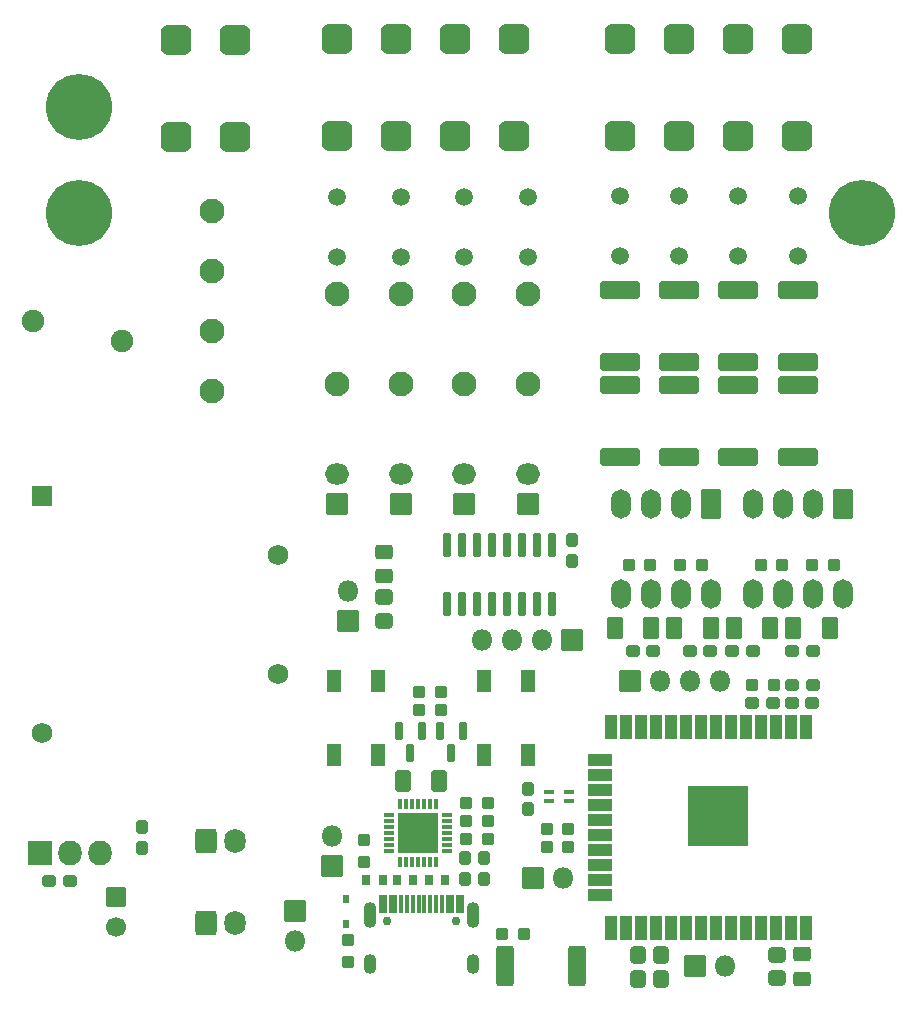
<source format=gts>
G04 #@! TF.GenerationSoftware,KiCad,Pcbnew,(6.0.4)*
G04 #@! TF.CreationDate,2022-06-03T19:03:06+02:00*
G04 #@! TF.ProjectId,hamodule,68616d6f-6475-46c6-952e-6b696361645f,rev?*
G04 #@! TF.SameCoordinates,Original*
G04 #@! TF.FileFunction,Soldermask,Top*
G04 #@! TF.FilePolarity,Negative*
%FSLAX46Y46*%
G04 Gerber Fmt 4.6, Leading zero omitted, Abs format (unit mm)*
G04 Created by KiCad (PCBNEW (6.0.4)) date 2022-06-03 19:03:06*
%MOMM*%
%LPD*%
G01*
G04 APERTURE LIST*
G04 Aperture macros list*
%AMRoundRect*
0 Rectangle with rounded corners*
0 $1 Rounding radius*
0 $2 $3 $4 $5 $6 $7 $8 $9 X,Y pos of 4 corners*
0 Add a 4 corners polygon primitive as box body*
4,1,4,$2,$3,$4,$5,$6,$7,$8,$9,$2,$3,0*
0 Add four circle primitives for the rounded corners*
1,1,$1+$1,$2,$3*
1,1,$1+$1,$4,$5*
1,1,$1+$1,$6,$7*
1,1,$1+$1,$8,$9*
0 Add four rect primitives between the rounded corners*
20,1,$1+$1,$2,$3,$4,$5,0*
20,1,$1+$1,$4,$5,$6,$7,0*
20,1,$1+$1,$6,$7,$8,$9,0*
20,1,$1+$1,$8,$9,$2,$3,0*%
G04 Aperture macros list end*
%ADD10RoundRect,0.050000X-0.850000X-0.850000X0.850000X-0.850000X0.850000X0.850000X-0.850000X0.850000X0*%
%ADD11O,1.800000X1.800000*%
%ADD12RoundRect,0.300000X-0.412500X-0.650000X0.412500X-0.650000X0.412500X0.650000X-0.412500X0.650000X0*%
%ADD13RoundRect,0.299999X-1.425001X0.450001X-1.425001X-0.450001X1.425001X-0.450001X1.425001X0.450001X0*%
%ADD14C,1.900000*%
%ADD15RoundRect,0.300000X-0.450000X0.325000X-0.450000X-0.325000X0.450000X-0.325000X0.450000X0.325000X0*%
%ADD16RoundRect,0.300000X-0.450000X0.350000X-0.450000X-0.350000X0.450000X-0.350000X0.450000X0.350000X0*%
%ADD17RoundRect,0.300000X-0.600000X-0.750000X0.600000X-0.750000X0.600000X0.750000X-0.600000X0.750000X0*%
%ADD18O,1.800000X2.100000*%
%ADD19RoundRect,0.050000X0.850000X0.850000X-0.850000X0.850000X-0.850000X-0.850000X0.850000X-0.850000X0*%
%ADD20RoundRect,0.287500X0.300000X0.237500X-0.300000X0.237500X-0.300000X-0.237500X0.300000X-0.237500X0*%
%ADD21RoundRect,0.287500X0.237500X-0.300000X0.237500X0.300000X-0.237500X0.300000X-0.237500X-0.300000X0*%
%ADD22RoundRect,0.287500X-0.237500X0.300000X-0.237500X-0.300000X0.237500X-0.300000X0.237500X0.300000X0*%
%ADD23RoundRect,0.050000X-0.825000X-0.825000X0.825000X-0.825000X0.825000X0.825000X-0.825000X0.825000X0*%
%ADD24C,1.750000*%
%ADD25RoundRect,0.050000X-0.952500X-1.000000X0.952500X-1.000000X0.952500X1.000000X-0.952500X1.000000X0*%
%ADD26O,2.005000X2.100000*%
%ADD27C,2.100000*%
%ADD28RoundRect,0.050000X0.850000X-0.850000X0.850000X0.850000X-0.850000X0.850000X-0.850000X-0.850000X0*%
%ADD29O,2.050000X1.800000*%
%ADD30RoundRect,0.675000X0.625000X0.625000X-0.625000X0.625000X-0.625000X-0.625000X0.625000X-0.625000X0*%
%ADD31C,5.600000*%
%ADD32RoundRect,0.200000X0.150000X-0.825000X0.150000X0.825000X-0.150000X0.825000X-0.150000X-0.825000X0*%
%ADD33RoundRect,0.287500X-0.300000X-0.237500X0.300000X-0.237500X0.300000X0.237500X-0.300000X0.237500X0*%
%ADD34RoundRect,0.300000X0.412500X0.650000X-0.412500X0.650000X-0.412500X-0.650000X0.412500X-0.650000X0*%
%ADD35RoundRect,0.050000X-0.800000X1.200000X-0.800000X-1.200000X0.800000X-1.200000X0.800000X1.200000X0*%
%ADD36O,1.700000X2.500000*%
%ADD37RoundRect,0.287500X-0.250000X-0.237500X0.250000X-0.237500X0.250000X0.237500X-0.250000X0.237500X0*%
%ADD38RoundRect,0.200000X-0.150000X0.587500X-0.150000X-0.587500X0.150000X-0.587500X0.150000X0.587500X0*%
%ADD39RoundRect,0.287500X0.250000X0.237500X-0.250000X0.237500X-0.250000X-0.237500X0.250000X-0.237500X0*%
%ADD40RoundRect,0.050000X-0.300000X-0.350000X0.300000X-0.350000X0.300000X0.350000X-0.300000X0.350000X0*%
%ADD41RoundRect,0.050000X0.550000X-0.900000X0.550000X0.900000X-0.550000X0.900000X-0.550000X-0.900000X0*%
%ADD42RoundRect,0.050000X-0.550000X0.900000X-0.550000X-0.900000X0.550000X-0.900000X0.550000X0.900000X0*%
%ADD43RoundRect,0.287500X-0.237500X0.250000X-0.237500X-0.250000X0.237500X-0.250000X0.237500X0.250000X0*%
%ADD44RoundRect,0.050000X-0.225000X0.300000X-0.225000X-0.300000X0.225000X-0.300000X0.225000X0.300000X0*%
%ADD45RoundRect,0.050000X0.300000X0.350000X-0.300000X0.350000X-0.300000X-0.350000X0.300000X-0.350000X0*%
%ADD46RoundRect,0.050000X-0.450000X1.000000X-0.450000X-1.000000X0.450000X-1.000000X0.450000X1.000000X0*%
%ADD47RoundRect,0.050000X-1.000000X-0.450000X1.000000X-0.450000X1.000000X0.450000X-1.000000X0.450000X0*%
%ADD48RoundRect,0.050000X-2.500000X2.500000X-2.500000X-2.500000X2.500000X-2.500000X2.500000X2.500000X0*%
%ADD49RoundRect,0.300000X0.400000X0.625000X-0.400000X0.625000X-0.400000X-0.625000X0.400000X-0.625000X0*%
%ADD50RoundRect,0.300000X0.350000X0.450000X-0.350000X0.450000X-0.350000X-0.450000X0.350000X-0.450000X0*%
%ADD51RoundRect,0.112500X0.062500X-0.337500X0.062500X0.337500X-0.062500X0.337500X-0.062500X-0.337500X0*%
%ADD52RoundRect,0.112500X0.337500X-0.062500X0.337500X0.062500X-0.337500X0.062500X-0.337500X-0.062500X0*%
%ADD53RoundRect,0.050000X1.675000X-1.675000X1.675000X1.675000X-1.675000X1.675000X-1.675000X-1.675000X0*%
%ADD54C,1.508000*%
%ADD55C,0.750000*%
%ADD56RoundRect,0.050000X-0.300000X-0.725000X0.300000X-0.725000X0.300000X0.725000X-0.300000X0.725000X0*%
%ADD57RoundRect,0.050000X-0.150000X-0.725000X0.150000X-0.725000X0.150000X0.725000X-0.150000X0.725000X0*%
%ADD58O,1.100000X2.200000*%
%ADD59O,1.100000X1.700000*%
%ADD60RoundRect,0.299999X-0.450001X-1.425001X0.450001X-1.425001X0.450001X1.425001X-0.450001X1.425001X0*%
%ADD61RoundRect,0.050000X0.410000X0.152400X-0.410000X0.152400X-0.410000X-0.152400X0.410000X-0.152400X0*%
%ADD62RoundRect,0.050000X0.410000X0.154400X-0.410000X0.154400X-0.410000X-0.154400X0.410000X-0.154400X0*%
%ADD63RoundRect,0.050000X-0.800000X0.800000X-0.800000X-0.800000X0.800000X-0.800000X0.800000X0.800000X0*%
%ADD64C,1.700000*%
%ADD65RoundRect,0.300000X0.450000X-0.350000X0.450000X0.350000X-0.450000X0.350000X-0.450000X-0.350000X0*%
%ADD66RoundRect,0.050000X-0.850000X0.850000X-0.850000X-0.850000X0.850000X-0.850000X0.850000X0.850000X0*%
G04 APERTURE END LIST*
D10*
X150558500Y-144538700D03*
D11*
X150558500Y-147078700D03*
D12*
X182677074Y-120583120D03*
X185802074Y-120583120D03*
D13*
X178117500Y-91986100D03*
X178117500Y-98086100D03*
X183070500Y-91986100D03*
X183070500Y-98086100D03*
D14*
X128386500Y-94623500D03*
X135886500Y-96256830D03*
D13*
X183070500Y-100037900D03*
X183070500Y-106137900D03*
X178117500Y-100037900D03*
X178117500Y-106137900D03*
D15*
X158100000Y-114150000D03*
X158100000Y-116200000D03*
D16*
X158100000Y-118000000D03*
X158100000Y-120000000D03*
D17*
X143009300Y-138603500D03*
D18*
X145509300Y-138603500D03*
D19*
X155080500Y-119965500D03*
D11*
X155080500Y-117425500D03*
D20*
X131500000Y-142000000D03*
X129775000Y-142000000D03*
D21*
X137600000Y-139200000D03*
X137600000Y-137475000D03*
D22*
X174000000Y-113175000D03*
X174000000Y-114900000D03*
D23*
X129136100Y-109443500D03*
D24*
X129136100Y-129443500D03*
X149136100Y-124443500D03*
X149136100Y-114443500D03*
D25*
X128960000Y-139600000D03*
D26*
X131500000Y-139600000D03*
X134040000Y-139600000D03*
D27*
X154100000Y-92300000D03*
X154100000Y-99920000D03*
D28*
X154100000Y-110080000D03*
D29*
X154100000Y-107540000D03*
D27*
X159500000Y-92300000D03*
X159500000Y-99920000D03*
D28*
X159500000Y-110080000D03*
D29*
X159500000Y-107540000D03*
D27*
X170300000Y-92300000D03*
X170300000Y-99920000D03*
D28*
X170300000Y-110080000D03*
D29*
X170300000Y-107540000D03*
D30*
X169146500Y-78953500D03*
X169146500Y-70753501D03*
X164146500Y-78953500D03*
X164146500Y-70753501D03*
X159146500Y-78953500D03*
X159146500Y-70753501D03*
X154146500Y-78953500D03*
X154146500Y-70753501D03*
X145500100Y-78977099D03*
X145500100Y-70777100D03*
X140500100Y-78977099D03*
X140500100Y-70777100D03*
X193106500Y-78913499D03*
X193106500Y-70713500D03*
X188106500Y-78913499D03*
X188106500Y-70713500D03*
X183106500Y-78913499D03*
X183106500Y-70713500D03*
X178106500Y-78913499D03*
X178106500Y-70713500D03*
D27*
X143546500Y-85283500D03*
X143536500Y-90363500D03*
D31*
X198564500Y-85407500D03*
X132270500Y-85407500D03*
D27*
X164900000Y-92300000D03*
X164900000Y-99920000D03*
D28*
X164900000Y-110080000D03*
D29*
X164900000Y-107540000D03*
D31*
X132256500Y-76503500D03*
D32*
X163455000Y-118512500D03*
X164725000Y-118512500D03*
X165995000Y-118512500D03*
X167265000Y-118512500D03*
X168535000Y-118512500D03*
X169805000Y-118512500D03*
X171075000Y-118512500D03*
X172345000Y-118512500D03*
X172345000Y-113562500D03*
X171075000Y-113562500D03*
X169805000Y-113562500D03*
X168535000Y-113562500D03*
X167265000Y-113562500D03*
X165995000Y-113562500D03*
X164725000Y-113562500D03*
X163455000Y-113562500D03*
D33*
X183998674Y-122564320D03*
X185723674Y-122564320D03*
D20*
X189305074Y-122564320D03*
X187580074Y-122564320D03*
D34*
X190818974Y-120583120D03*
X187693974Y-120583120D03*
D12*
X192761674Y-120583120D03*
X195886674Y-120583120D03*
D13*
X193128900Y-100037900D03*
X193128900Y-106137900D03*
X188099700Y-91986100D03*
X188099700Y-98086100D03*
X193128900Y-91986100D03*
X193128900Y-98086100D03*
D35*
X185751274Y-110118320D03*
D36*
X183211274Y-110118320D03*
X180671274Y-110118320D03*
X178131274Y-110118320D03*
X178131274Y-117738320D03*
X180671274Y-117738320D03*
X183211274Y-117738320D03*
X185751274Y-117738320D03*
D35*
X196927274Y-110118320D03*
D36*
X194387274Y-110118320D03*
X191847274Y-110118320D03*
X189307274Y-110118320D03*
X189307274Y-117738320D03*
X191847274Y-117738320D03*
X194387274Y-117738320D03*
X196927274Y-117738320D03*
D13*
X188099700Y-100037900D03*
X188099700Y-106137900D03*
D20*
X180874474Y-122564320D03*
X179149474Y-122564320D03*
D33*
X192660074Y-122564320D03*
X194385074Y-122564320D03*
D37*
X189256000Y-125412500D03*
X191081000Y-125412500D03*
D33*
X192659000Y-125412500D03*
X194384000Y-125412500D03*
D20*
X191018500Y-126936500D03*
X189293500Y-126936500D03*
D38*
X164746500Y-129298500D03*
X162846500Y-129298500D03*
X163796500Y-131173500D03*
D37*
X161071500Y-127513500D03*
X162896500Y-127513500D03*
D39*
X162896500Y-125983500D03*
X161071500Y-125983500D03*
D40*
X157983000Y-141900900D03*
X156583000Y-141900900D03*
D17*
X143009300Y-145580100D03*
D18*
X145509300Y-145580100D03*
D41*
X166566500Y-131300000D03*
X166566500Y-125100000D03*
X170266500Y-125100000D03*
X170266500Y-131300000D03*
D42*
X157550000Y-131300000D03*
X157550000Y-125100000D03*
X153850000Y-125100000D03*
X153850000Y-131300000D03*
D22*
X164974900Y-140078300D03*
X164974900Y-141803300D03*
D37*
X165065500Y-135410900D03*
X166890500Y-135410900D03*
D39*
X166890500Y-138458900D03*
X165065500Y-138458900D03*
D37*
X165065500Y-136934900D03*
X166890500Y-136934900D03*
D22*
X166574900Y-140084800D03*
X166574900Y-141809800D03*
D43*
X156406500Y-138553000D03*
X156406500Y-140378000D03*
D44*
X154876500Y-143514100D03*
X154876500Y-145614100D03*
D40*
X160583000Y-141900900D03*
X159183000Y-141900900D03*
D45*
X161893000Y-141900900D03*
X163293000Y-141900900D03*
D46*
X193865500Y-128986500D03*
X192595500Y-128986500D03*
X191325500Y-128986500D03*
X190055500Y-128986500D03*
X188785500Y-128986500D03*
X187515500Y-128986500D03*
X186245500Y-128986500D03*
X184975500Y-128986500D03*
X183705500Y-128986500D03*
X182435500Y-128986500D03*
X181165500Y-128986500D03*
X179895500Y-128986500D03*
X178625500Y-128986500D03*
X177355500Y-128986500D03*
D47*
X176355500Y-131771500D03*
X176355500Y-133041500D03*
X176355500Y-134311500D03*
X176355500Y-135581500D03*
X176355500Y-136851500D03*
X176355500Y-138121500D03*
X176355500Y-139391500D03*
X176355500Y-140661500D03*
X176355500Y-141931500D03*
X176355500Y-143201500D03*
D46*
X177355500Y-145986500D03*
X178625500Y-145986500D03*
X179895500Y-145986500D03*
X181165500Y-145986500D03*
X182435500Y-145986500D03*
X183705500Y-145986500D03*
X184975500Y-145986500D03*
X186245500Y-145986500D03*
X187515500Y-145986500D03*
X188785500Y-145986500D03*
X190055500Y-145986500D03*
X191325500Y-145986500D03*
X192595500Y-145986500D03*
X193865500Y-145986500D03*
D48*
X186365500Y-136486500D03*
D38*
X161286500Y-129308500D03*
X159386500Y-129308500D03*
X160336500Y-131183500D03*
D28*
X178955700Y-125082300D03*
D11*
X181495700Y-125082300D03*
X184035700Y-125082300D03*
X186575700Y-125082300D03*
D28*
X184442100Y-149161500D03*
D11*
X186982100Y-149161500D03*
D49*
X162779000Y-133575500D03*
X159679000Y-133575500D03*
D50*
X181578000Y-150304500D03*
X179578000Y-150304500D03*
X181578000Y-148272500D03*
X179578000Y-148272500D03*
D51*
X159483000Y-140390900D03*
X159983000Y-140390900D03*
X160483000Y-140390900D03*
X160983000Y-140390900D03*
X161483000Y-140390900D03*
X161983000Y-140390900D03*
X162483000Y-140390900D03*
D52*
X163433000Y-139440900D03*
X163433000Y-138940900D03*
X163433000Y-138440900D03*
X163433000Y-137940900D03*
X163433000Y-137440900D03*
X163433000Y-136940900D03*
X163433000Y-136440900D03*
D51*
X162483000Y-135490900D03*
X161983000Y-135490900D03*
X161483000Y-135490900D03*
X160983000Y-135490900D03*
X160483000Y-135490900D03*
X159983000Y-135490900D03*
X159483000Y-135490900D03*
D52*
X158533000Y-136440900D03*
X158533000Y-136940900D03*
X158533000Y-137440900D03*
X158533000Y-137940900D03*
X158533000Y-138440900D03*
X158533000Y-138940900D03*
X158533000Y-139440900D03*
D53*
X160983000Y-137940900D03*
D33*
X192648500Y-126936500D03*
X194373500Y-126936500D03*
D34*
X180747474Y-120583120D03*
X177622474Y-120583120D03*
D19*
X153733500Y-140708300D03*
D11*
X153733500Y-138168300D03*
D22*
X170296500Y-134186100D03*
X170296500Y-135911100D03*
D37*
X168096500Y-146513500D03*
X169921500Y-146513500D03*
X189993074Y-115274520D03*
X191818074Y-115274520D03*
D54*
X183070500Y-89090500D03*
X183070500Y-84010500D03*
D37*
X178820874Y-115274520D03*
X180645874Y-115274520D03*
D54*
X193128900Y-89090500D03*
X193128900Y-84010500D03*
D28*
X170700700Y-141719300D03*
D11*
X173240700Y-141719300D03*
D15*
X193484500Y-148217500D03*
X193484500Y-150267500D03*
D54*
X154100000Y-89180000D03*
X154100000Y-84100000D03*
D55*
X164163000Y-145400900D03*
X158383000Y-145400900D03*
D56*
X158023000Y-143955900D03*
X158823000Y-143955900D03*
D57*
X160023000Y-143955900D03*
X161023000Y-143955900D03*
X161523000Y-143955900D03*
X162523000Y-143955900D03*
D56*
X163723000Y-143955900D03*
X164523000Y-143955900D03*
X164523000Y-143955900D03*
X163723000Y-143955900D03*
D57*
X163023000Y-143955900D03*
X162023000Y-143955900D03*
X160523000Y-143955900D03*
X159523000Y-143955900D03*
D56*
X158823000Y-143955900D03*
X158023000Y-143955900D03*
D58*
X165593000Y-144870900D03*
D59*
X156953000Y-149050900D03*
D58*
X156953000Y-144870900D03*
D59*
X165593000Y-149050900D03*
D39*
X196186874Y-115274520D03*
X194361874Y-115274520D03*
D54*
X188099700Y-89090500D03*
X188099700Y-84010500D03*
D27*
X143546500Y-95413500D03*
X143536500Y-100493500D03*
D54*
X164900000Y-89140000D03*
X164900000Y-84060000D03*
D60*
X168326500Y-149243500D03*
X174426500Y-149243500D03*
D61*
X173760000Y-135261900D03*
D62*
X173760000Y-134451100D03*
X172040000Y-134451100D03*
D61*
X172040000Y-135261900D03*
D37*
X171869100Y-137604500D03*
X173694100Y-137604500D03*
D63*
X135400000Y-143400000D03*
D64*
X135400000Y-145900000D03*
D54*
X178092100Y-89090500D03*
X178092100Y-84010500D03*
D39*
X185014674Y-115274520D03*
X183189674Y-115274520D03*
D37*
X171869100Y-139128500D03*
X173694100Y-139128500D03*
D54*
X170300000Y-89140000D03*
X170300000Y-84060000D03*
D65*
X191407500Y-150242500D03*
X191407500Y-148242500D03*
D43*
X155086500Y-147013500D03*
X155086500Y-148838500D03*
D66*
X174000000Y-121600000D03*
D11*
X171460000Y-121600000D03*
X168920000Y-121600000D03*
X166380000Y-121600000D03*
D54*
X159500000Y-89140000D03*
X159500000Y-84060000D03*
M02*

</source>
